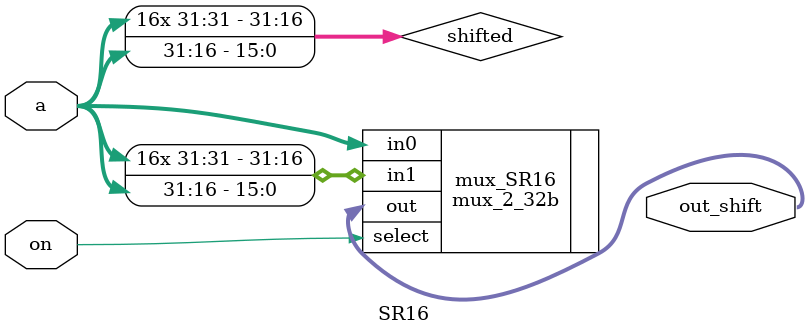
<source format=v>
module SRA (out, a, shamt);
    input [31:0] a;
    input [4:0] shamt;
    output [31:0] out;
    wire [31:0] w16, w8, w4, w2;
    
    SR16 SR16_inst(.a(a), .on(shamt[4]), .out_shift(w16));
    SR8  SR8_inst (.a(w16), .on(shamt[3]), .out_shift(w8));
    SR4  SR4_inst (.a(w8),  .on(shamt[2]), .out_shift(w4));
    SR2  SR2_inst (.a(w4),  .on(shamt[1]), .out_shift(w2));
    SR1  SR1_inst (.a(w2),  .on(shamt[0]), .out_shift(out));
endmodule

module SR1(a, on, out_shift);
    input [31:0] a;
    input on;
    output [31:0] out_shift;
    wire [31:0] shifted;
    
    assign shifted[31] = a[31];
    assign shifted[30] = a[31];
    assign shifted[29] = a[30];
    assign shifted[28] = a[29];
    assign shifted[27] = a[28];
    assign shifted[26] = a[27];
    assign shifted[25] = a[26];
    assign shifted[24] = a[25];
    assign shifted[23] = a[24];
    assign shifted[22] = a[23];
    assign shifted[21] = a[22];
    assign shifted[20] = a[21];
    assign shifted[19] = a[20];
    assign shifted[18] = a[19];
    assign shifted[17] = a[18];
    assign shifted[16] = a[17];
    assign shifted[15] = a[16];
    assign shifted[14] = a[15];
    assign shifted[13] = a[14];
    assign shifted[12] = a[13];
    assign shifted[11] = a[12];
    assign shifted[10] = a[11];
    assign shifted[9]  = a[10];
    assign shifted[8]  = a[9];
    assign shifted[7]  = a[8];
    assign shifted[6]  = a[7];
    assign shifted[5]  = a[6];
    assign shifted[4]  = a[5];
    assign shifted[3]  = a[4];
    assign shifted[2]  = a[3];
    assign shifted[1]  = a[2];
    assign shifted[0]  = a[1];
    
    mux_2_32b mux_SR1(.out(out_shift), .select(on), .in0(a), .in1(shifted));
endmodule

module SR2(a, on, out_shift);
    input [31:0] a;
    input on;
    output [31:0] out_shift;
    wire [31:0] shifted;
    
    assign shifted[31] = a[31];
    assign shifted[30] = a[31];
    assign shifted[29] = a[31];
    assign shifted[28] = a[30];
    assign shifted[27] = a[29];
    assign shifted[26] = a[28];
    assign shifted[25] = a[27];
    assign shifted[24] = a[26];
    assign shifted[23] = a[25];
    assign shifted[22] = a[24];
    assign shifted[21] = a[23];
    assign shifted[20] = a[22];
    assign shifted[19] = a[21];
    assign shifted[18] = a[20];
    assign shifted[17] = a[19];
    assign shifted[16] = a[18];
    assign shifted[15] = a[17];
    assign shifted[14] = a[16];
    assign shifted[13] = a[15];
    assign shifted[12] = a[14];
    assign shifted[11] = a[13];
    assign shifted[10] = a[12];
    assign shifted[9]  = a[11];
    assign shifted[8]  = a[10];
    assign shifted[7]  = a[9];
    assign shifted[6]  = a[8];
    assign shifted[5]  = a[7];
    assign shifted[4]  = a[6];
    assign shifted[3]  = a[5];
    assign shifted[2]  = a[4];
    assign shifted[1]  = a[3];
    assign shifted[0]  = a[2];
    
    mux_2_32b mux_SR2(.out(out_shift), .select(on), .in0(a), .in1(shifted));
endmodule

module SR4(a, on, out_shift);
    input [31:0] a;
    input on;
    output [31:0] out_shift;
    wire [31:0] shifted;
    
    assign shifted[31] = a[31];
    assign shifted[30] = a[31];
    assign shifted[29] = a[31];
    assign shifted[28] = a[31];
    assign shifted[27] = a[31];
    assign shifted[26] = a[30];
    assign shifted[25] = a[29];
    assign shifted[24] = a[28];
    assign shifted[23] = a[27];
    assign shifted[22] = a[26];
    assign shifted[21] = a[25];
    assign shifted[20] = a[24];
    assign shifted[19] = a[23];
    assign shifted[18] = a[22];
    assign shifted[17] = a[21];
    assign shifted[16] = a[20];
    assign shifted[15] = a[19];
    assign shifted[14] = a[18];
    assign shifted[13] = a[17];
    assign shifted[12] = a[16];
    assign shifted[11] = a[15];
    assign shifted[10] = a[14];
    assign shifted[9]  = a[13];
    assign shifted[8]  = a[12];
    assign shifted[7]  = a[11];
    assign shifted[6]  = a[10];
    assign shifted[5]  = a[9];
    assign shifted[4]  = a[8];
    assign shifted[3]  = a[7];
    assign shifted[2]  = a[6];
    assign shifted[1]  = a[5];
    assign shifted[0]  = a[4];
    
    mux_2_32b mux_SR4(.out(out_shift), .select(on), .in0(a), .in1(shifted));
endmodule

module SR8(a, on, out_shift);
    input [31:0] a;
    input on;
    output [31:0] out_shift;
    wire [31:0] shifted;
    
    assign shifted[31] = a[31];
    assign shifted[30] = a[31];
    assign shifted[29] = a[31];
    assign shifted[28] = a[31];
    assign shifted[27] = a[31];
    assign shifted[26] = a[31];
    assign shifted[25] = a[31];
    assign shifted[24] = a[31];
    assign shifted[23] = a[31];
    assign shifted[22] = a[30];
    assign shifted[21] = a[29];
    assign shifted[20] = a[28];
    assign shifted[19] = a[27];
    assign shifted[18] = a[26];
    assign shifted[17] = a[25];
    assign shifted[16] = a[24];
    assign shifted[15] = a[23];
    assign shifted[14] = a[22];
    assign shifted[13] = a[21];
    assign shifted[12] = a[20];
    assign shifted[11] = a[19];
    assign shifted[10] = a[18];
    assign shifted[9]  = a[17];
    assign shifted[8]  = a[16];
    assign shifted[7]  = a[15];
    assign shifted[6]  = a[14];
    assign shifted[5]  = a[13];
    assign shifted[4]  = a[12];
    assign shifted[3]  = a[11];
    assign shifted[2]  = a[10];
    assign shifted[1]  = a[9];
    assign shifted[0]  = a[8];
    
    mux_2_32b mux_SR8(.out(out_shift), .select(on), .in0(a), .in1(shifted));
endmodule

module SR16(a, on, out_shift);
    input [31:0] a;
    input on;
    output [31:0] out_shift;
    wire [31:0] shifted;
    
    assign shifted[31] = a[31];
    assign shifted[30] = a[31];
    assign shifted[29] = a[31];
    assign shifted[28] = a[31];
    assign shifted[27] = a[31];
    assign shifted[26] = a[31];
    assign shifted[25] = a[31];
    assign shifted[24] = a[31];
    assign shifted[23] = a[31];
    assign shifted[22] = a[31];
    assign shifted[21] = a[31];
    assign shifted[20] = a[31];
    assign shifted[19] = a[31];
    assign shifted[18] = a[31];
    assign shifted[17] = a[31];
    assign shifted[16] = a[31];
    assign shifted[15] = a[31];
    assign shifted[14] = a[30];
    assign shifted[13] = a[29];
    assign shifted[12] = a[28];
    assign shifted[11] = a[27];
    assign shifted[10] = a[26];
    assign shifted[9]  = a[25];
    assign shifted[8]  = a[24];
    assign shifted[7]  = a[23];
    assign shifted[6]  = a[22];
    assign shifted[5]  = a[21];
    assign shifted[4]  = a[20];
    assign shifted[3]  = a[19];
    assign shifted[2]  = a[18];
    assign shifted[1]  = a[17];
    assign shifted[0]  = a[16];
    
    mux_2_32b mux_SR16(.out(out_shift), .select(on), .in0(a), .in1(shifted));
endmodule

</source>
